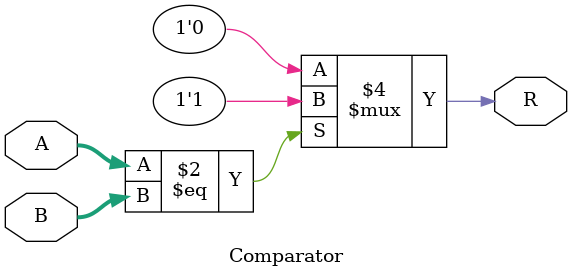
<source format=v>
module Comparator(A, B, R);

// I/O ports
input [15:0] A;
input [15:0] B;
output reg R;


always @( * )
begin
       if (A == B)
          R = 1'b1;
       else
          R = 1'b0;

end

endmodule
</source>
